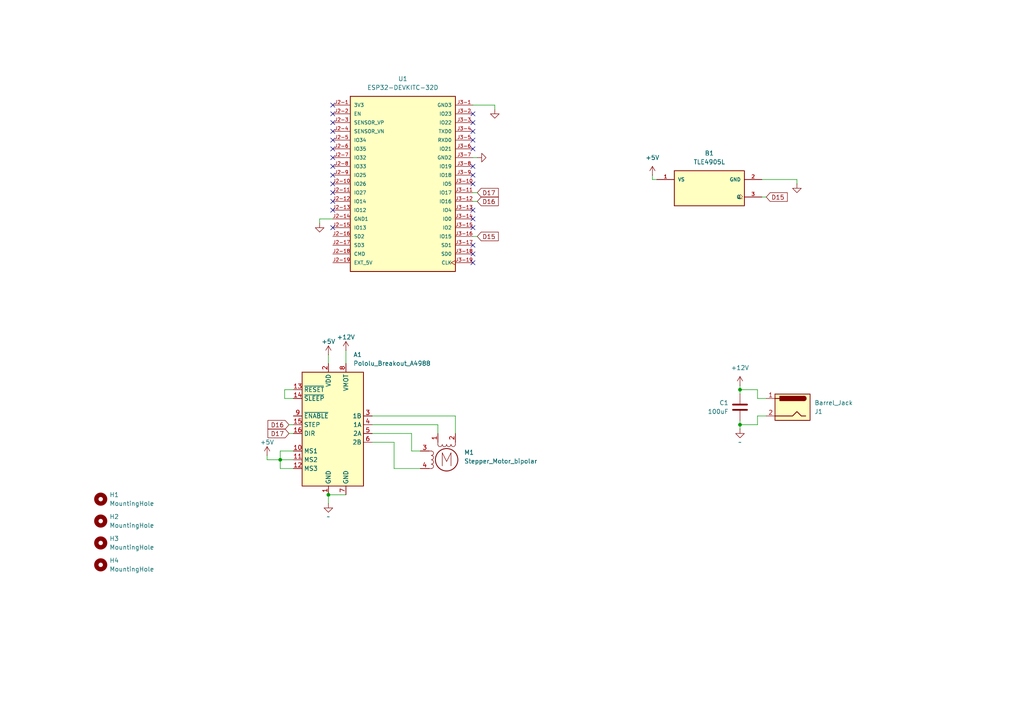
<source format=kicad_sch>
(kicad_sch (version 20250114) (generator "eeschema") (generator_version "9.0")
  (paper "A4")
  (lib_symbols
    (symbol "Connector:Barrel_Jack" (pin_names (offset 1.016))
      (property "Reference" "J" (at 0 5.334 0))
      (property "Value" "Barrel_Jack" (at 0 -5.08 0))
      (symbol "Barrel_Jack_0_1"
        (rectangle (start -5.08 3.81) (end 5.08 -3.81) (stroke (width 0.254)) (fill (type background)))
        (polyline (pts (xy -3.81 -2.54) (xy -2.54 -2.54) (xy -1.27 -1.27) (xy 0 -2.54) (xy 2.54 -2.54) (xy 5.08 -2.54)) (stroke (width 0.254)))
        (arc (start -3.302 1.905) (mid -3.9343 2.54) (end -3.302 3.175) (stroke (width 0.254)))
        (arc (start -3.302 1.905) (mid -3.9343 2.54) (end -3.302 3.175) (stroke (width 0.254)) (fill (type outline)))
        (rectangle (start 3.683 3.175) (end -3.302 1.905) (stroke (width 0.254)) (fill (type outline)))
        (polyline (pts (xy 5.08 2.54) (xy 3.81 2.54)) (stroke (width 0.254)))
      )
      (symbol "Barrel_Jack_1_1"
        (pin passive line (at 7.62 2.54 180) (length 2.54) (name "~") (number "1"))
        (pin passive line (at 7.62 -2.54 180) (length 2.54) (name "~") (number "2"))
      )
    )
    (symbol "Device:C" (pin_numbers (hide yes)) (pin_names (offset 0.254))
      (property "Reference" "C" (at 0.635 2.54 0))
      (property "Value" "C" (at 0.635 -2.54 0))
      (symbol "C_0_1"
        (polyline (pts (xy -2.032 0.762) (xy 2.032 0.762)) (stroke (width 0.508)))
        (polyline (pts (xy -2.032 -0.762) (xy 2.032 -0.762)) (stroke (width 0.508)))
      )
      (symbol "C_1_1"
        (pin passive line (at 0 3.81 270) (length 2.794) (name "~") (number "1"))
        (pin passive line (at 0 -3.81 90) (length 2.794) (name "~") (number "2"))
      )
    )
    (symbol "Driver_Motor:Pololu_Breakout_A4988"
      (property "Reference" "A" (at -2.54 19.05 0))
      (property "Value" "Pololu_Breakout_A4988" (at -2.54 16.51 0))
      (symbol "Pololu_Breakout_A4988_0_1"
        (rectangle (start 10.16 -17.78) (end -7.62 15.24) (stroke (width 0.254)) (fill (type background)))
      )
      (symbol "Pololu_Breakout_A4988_1_1"
        (pin input line (at -10.16 10.16 0) (length 2.54) (name "~{RESET}") (number "13"))
        (pin input line (at -10.16 7.62 0) (length 2.54) (name "~{SLEEP}") (number "14"))
        (pin input line (at -10.16 2.54 0) (length 2.54) (name "~{ENABLE}") (number "9"))
        (pin input line (at -10.16 0 0) (length 2.54) (name "STEP") (number "15"))
        (pin input line (at -10.16 -2.54 0) (length 2.54) (name "DIR") (number "16"))
        (pin input line (at -10.16 -7.62 0) (length 2.54) (name "MS1") (number "10"))
        (pin input line (at -10.16 -10.16 0) (length 2.54) (name "MS2") (number "11"))
        (pin input line (at -10.16 -12.7 0) (length 2.54) (name "MS3") (number "12"))
        (pin power_in line (at 0 17.78 270) (length 2.54) (name "VDD") (number "2"))
        (pin power_in line (at 0 -20.32 90) (length 2.54) (name "GND") (number "1"))
        (pin power_in line (at 5.08 17.78 270) (length 2.54) (name "VMOT") (number "8"))
        (pin power_in line (at 5.08 -20.32 90) (length 2.54) (name "GND") (number "7"))
        (pin output line (at 12.7 2.54 180) (length 2.54) (name "1B") (number "3"))
        (pin output line (at 12.7 0 180) (length 2.54) (name "1A") (number "4"))
        (pin output line (at 12.7 -2.54 180) (length 2.54) (name "2A") (number "5"))
        (pin output line (at 12.7 -5.08 180) (length 2.54) (name "2B") (number "6"))
      )
    )
    (symbol "ESP32-DEVKITC-32D:ESP32-DEVKITC-32D" (pin_names (offset 1.016))
      (property "Reference" "U" (at -15.2572 26.0643 0))
      (property "Value" "ESP32-DEVKITC-32D" (at -15.2563 -27.9698 0))
      (symbol "ESP32-DEVKITC-32D_0_0"
        (rectangle (start -15.24 -25.4) (end 15.24 25.4) (stroke (width 0.254)) (fill (type background)))
        (pin power_in line (at -20.32 22.86 0) (length 5.08) (name "3V3") (number "J2-1"))
        (pin input line (at -20.32 20.32 0) (length 5.08) (name "EN") (number "J2-2"))
        (pin input line (at -20.32 17.78 0) (length 5.08) (name "SENSOR_VP") (number "J2-3"))
        (pin input line (at -20.32 15.24 0) (length 5.08) (name "SENSOR_VN") (number "J2-4"))
        (pin bidirectional line (at -20.32 12.7 0) (length 5.08) (name "IO34") (number "J2-5"))
        (pin bidirectional line (at -20.32 10.16 0) (length 5.08) (name "IO35") (number "J2-6"))
        (pin bidirectional line (at -20.32 7.62 0) (length 5.08) (name "IO32") (number "J2-7"))
        (pin bidirectional line (at -20.32 5.08 0) (length 5.08) (name "IO33") (number "J2-8"))
        (pin bidirectional line (at -20.32 2.54 0) (length 5.08) (name "IO25") (number "J2-9"))
        (pin bidirectional line (at -20.32 0 0) (length 5.08) (name "IO26") (number "J2-10"))
        (pin bidirectional line (at -20.32 -2.54 0) (length 5.08) (name "IO27") (number "J2-11"))
        (pin bidirectional line (at -20.32 -5.08 0) (length 5.08) (name "IO14") (number "J2-12"))
        (pin bidirectional line (at -20.32 -7.62 0) (length 5.08) (name "IO12") (number "J2-13"))
        (pin power_in line (at -20.32 -10.16 0) (length 5.08) (name "GND1") (number "J2-14"))
        (pin bidirectional line (at -20.32 -12.7 0) (length 5.08) (name "IO13") (number "J2-15"))
        (pin bidirectional line (at -20.32 -15.24 0) (length 5.08) (name "SD2") (number "J2-16"))
        (pin bidirectional line (at -20.32 -17.78 0) (length 5.08) (name "SD3") (number "J2-17"))
        (pin bidirectional line (at -20.32 -20.32 0) (length 5.08) (name "CMD") (number "J2-18"))
        (pin power_in line (at -20.32 -22.86 0) (length 5.08) (name "EXT_5V") (number "J2-19"))
        (pin power_in line (at 20.32 22.86 180) (length 5.08) (name "GND3") (number "J3-1"))
        (pin bidirectional line (at 20.32 20.32 180) (length 5.08) (name "IO23") (number "J3-2"))
        (pin bidirectional line (at 20.32 17.78 180) (length 5.08) (name "IO22") (number "J3-3"))
        (pin output line (at 20.32 15.24 180) (length 5.08) (name "TXD0") (number "J3-4"))
        (pin input line (at 20.32 12.7 180) (length 5.08) (name "RXD0") (number "J3-5"))
        (pin bidirectional line (at 20.32 10.16 180) (length 5.08) (name "IO21") (number "J3-6"))
        (pin power_in line (at 20.32 7.62 180) (length 5.08) (name "GND2") (number "J3-7"))
        (pin bidirectional line (at 20.32 5.08 180) (length 5.08) (name "IO19") (number "J3-8"))
        (pin bidirectional line (at 20.32 2.54 180) (length 5.08) (name "IO18") (number "J3-9"))
        (pin bidirectional line (at 20.32 0 180) (length 5.08) (name "IO5") (number "J3-10"))
        (pin bidirectional line (at 20.32 -2.54 180) (length 5.08) (name "IO17") (number "J3-11"))
        (pin bidirectional line (at 20.32 -5.08 180) (length 5.08) (name "IO16") (number "J3-12"))
        (pin bidirectional line (at 20.32 -7.62 180) (length 5.08) (name "IO4") (number "J3-13"))
        (pin bidirectional line (at 20.32 -10.16 180) (length 5.08) (name "IO0") (number "J3-14"))
        (pin bidirectional line (at 20.32 -12.7 180) (length 5.08) (name "IO2") (number "J3-15"))
        (pin bidirectional line (at 20.32 -15.24 180) (length 5.08) (name "IO15") (number "J3-16"))
        (pin bidirectional line (at 20.32 -17.78 180) (length 5.08) (name "SD1") (number "J3-17"))
        (pin bidirectional line (at 20.32 -20.32 180) (length 5.08) (name "SD0") (number "J3-18"))
        (pin input clock (at 20.32 -22.86 180) (length 5.08) (name "CLK") (number "J3-19"))
      )
    )
    (symbol "Mechanical:MountingHole" (pin_names (offset 1.016)) (in_bom no)
      (property "Reference" "H" (at 0 5.08 0))
      (property "Value" "MountingHole" (at 0 3.175 0))
      (symbol "MountingHole_0_1"
        (circle (center 0 0) (radius 1.27) (stroke (width 1.27)))
      )
    )
    (symbol "Motor:Stepper_Motor_bipolar" (pin_names (offset 0) (hide yes))
      (property "Reference" "M" (at 3.81 2.54 0))
      (property "Value" "Stepper_Motor_bipolar" (at 3.81 1.27 0))
      (symbol "Stepper_Motor_bipolar_0_0"
        (polyline (pts (xy -1.27 -1.778) (xy -1.27 2.032) (xy 0 -0.508) (xy 1.27 2.032) (xy 1.27 -1.778)))
      )
      (symbol "Stepper_Motor_bipolar_0_1"
        (polyline (pts (xy -5.08 2.54) (xy -4.445 2.54)))
        (polyline (pts (xy -5.08 -2.54) (xy -4.445 -2.54)))
        (arc (start -4.445 2.54) (mid -3.8127 1.905) (end -4.445 1.27))
        (arc (start -4.445 1.27) (mid -3.8127 0.635) (end -4.445 0))
        (arc (start -4.445 0) (mid -3.8127 -0.635) (end -4.445 -1.27))
        (arc (start -4.445 -1.27) (mid -3.8127 -1.905) (end -4.445 -2.54))
        (polyline (pts (xy -2.54 5.08) (xy -2.54 4.445)))
        (arc (start -1.27 4.445) (mid -1.905 3.8127) (end -2.54 4.445))
        (arc (start 0 4.445) (mid -0.635 3.8127) (end -1.27 4.445))
        (circle (center 0 0) (radius 3.2512) (stroke (width 0.254)))
        (arc (start 1.27 4.445) (mid 0.635 3.8127) (end 0 4.445))
        (arc (start 2.54 4.445) (mid 1.905 3.8127) (end 1.27 4.445))
        (polyline (pts (xy 2.54 5.08) (xy 2.54 4.445)))
      )
      (symbol "Stepper_Motor_bipolar_1_1"
        (pin passive line (at -7.62 2.54 0) (length 2.54) (name "~") (number "3"))
        (pin passive line (at -7.62 -2.54 0) (length 2.54) (name "~") (number "4"))
        (pin passive line (at -2.54 7.62 270) (length 2.54) (name "~") (number "1"))
        (pin passive line (at 2.54 7.62 270) (length 2.54) (name "-") (number "2"))
      )
    )
    (symbol "TLE4905L:TLE4905L" (pin_names (offset 1.016))
      (property "Reference" "B?" (at 0 0 0))
      (property "Value" "TLE4905L" (at -0.2 -13.84 0))
      (symbol "TLE4905L_0_0"
        (rectangle (start 0 -10.16) (end 20.32 0) (stroke (width 0.254)) (fill (type background)))
        (polyline (pts (xy 18.6 -7.5) (xy 19.2 -6.9)) (stroke (width 0.1)))
        (polyline (pts (xy 18.6 -8.1) (xy 19.2 -8.1)) (stroke (width 0.1)))
        (polyline (pts (xy 19.2 -6.9) (xy 19.8 -7.5)) (stroke (width 0.1)))
        (polyline (pts (xy 19.2 -8.1) (xy 18.6 -7.5)) (stroke (width 0.1)))
        (polyline (pts (xy 19.2 -8.1) (xy 19.8 -8.1)) (stroke (width 0.1)))
        (polyline (pts (xy 19.8 -7.5) (xy 19.2 -8.1)) (stroke (width 0.1)))
        (pin power_in line (at -5.08 -2.54 0) (length 5.08) (name "VS") (number "1"))
        (pin power_in line (at 25.4 -2.54 180) (length 5.08) (name "GND") (number "2"))
        (pin open_collector line (at 25.4 -7.62 180) (length 5.08) (name "Q") (number "3"))
      )
    )
    (symbol "power:GND" (power) (pin_numbers (hide yes)) (pin_names (offset 0) (hide yes))
      (property "Value" "GND" (at 0 -3.81 0))
      (symbol "GND_0_1"
        (polyline (pts (xy 0 0) (xy 0 -1.27) (xy 1.27 -1.27) (xy 0 -2.54) (xy -1.27 -1.27) (xy 0 -1.27)))
      )
      (symbol "GND_1_1"
        (pin power_in line (at 0 0 270) (length 0) (name "~") (number "1"))
      )
    )
    (symbol "power:VCC" (power) (pin_numbers (hide yes)) (pin_names (offset 0) (hide yes))
      (property "Value" "VCC" (at 0 3.556 0))
      (symbol "VCC_0_1"
        (polyline (pts (xy -0.762 1.27) (xy 0 2.54)))
        (polyline (pts (xy 0 2.54) (xy 0.762 1.27)))
        (polyline (pts (xy 0 0) (xy 0 2.54)))
      )
      (symbol "VCC_1_1"
        (pin power_in line (at 0 0 90) (length 0) (name "~") (number "1"))
      )
    )
  )
  (junction (at 214.63 123.19))
  (junction (at 95.25 143.51))
  (junction (at 81.28 133.35))
  (junction (at 214.63 113.03))
  (no_connect (at 96.52 50.8))
  (no_connect (at 137.16 33.02))
  (no_connect (at 137.16 43.18))
  (no_connect (at 96.52 66.04))
  (no_connect (at 137.16 40.64))
  (no_connect (at 96.52 55.88))
  (no_connect (at 96.52 53.34))
  (no_connect (at 137.16 50.8))
  (no_connect (at 137.16 66.04))
  (no_connect (at 137.16 63.5))
  (no_connect (at 137.16 53.34))
  (no_connect (at 137.16 48.26))
  (no_connect (at 96.52 60.96))
  (no_connect (at 137.16 60.96))
  (no_connect (at 96.52 30.48))
  (no_connect (at 137.16 76.2))
  (no_connect (at 137.16 38.1))
  (no_connect (at 137.16 71.12))
  (no_connect (at 96.52 48.26))
  (no_connect (at 96.52 33.02))
  (no_connect (at 137.16 73.66))
  (no_connect (at 96.52 40.64))
  (no_connect (at 96.52 45.72))
  (no_connect (at 96.52 43.18))
  (no_connect (at 96.52 35.56))
  (no_connect (at 96.52 58.42))
  (no_connect (at 137.16 35.56))
  (no_connect (at 96.52 38.1))
  (wire (pts (xy 85.09 130.81) (xy 81.28 130.81)))
  (wire (pts (xy 81.28 133.35) (xy 85.09 133.35)))
  (wire (pts (xy 189.23 52.07) (xy 189.23 50.8)))
  (wire (pts (xy 219.71 123.19) (xy 214.63 123.19)))
  (wire (pts (xy 214.63 111.76) (xy 214.63 113.03)))
  (wire (pts (xy 127 125.73) (xy 127 123.19)))
  (wire (pts (xy 82.55 113.03) (xy 82.55 115.57)))
  (wire (pts (xy 132.08 120.65) (xy 132.08 125.73)))
  (wire (pts (xy 100.33 105.41) (xy 100.33 101.6)))
  (wire (pts (xy 219.71 120.65) (xy 219.71 123.19)))
  (wire (pts (xy 214.63 123.19) (xy 214.63 124.46)))
  (wire (pts (xy 137.16 30.48) (xy 143.51 30.48)))
  (wire (pts (xy 114.3 135.89) (xy 121.92 135.89)))
  (wire (pts (xy 92.71 63.5) (xy 92.71 64.77)))
  (wire (pts (xy 81.28 133.35) (xy 77.47 133.35)))
  (wire (pts (xy 100.33 143.51) (xy 95.25 143.51)))
  (wire (pts (xy 85.09 113.03) (xy 82.55 113.03)))
  (wire (pts (xy 95.25 102.87) (xy 95.25 105.41)))
  (wire (pts (xy 83.82 125.73) (xy 85.09 125.73)))
  (wire (pts (xy 137.16 68.58) (xy 138.43 68.58)))
  (wire (pts (xy 219.71 120.65) (xy 222.25 120.65)))
  (wire (pts (xy 85.09 135.89) (xy 81.28 135.89)))
  (wire (pts (xy 82.55 115.57) (xy 85.09 115.57)))
  (wire (pts (xy 137.16 58.42) (xy 138.43 58.42)))
  (wire (pts (xy 220.98 57.15) (xy 222.25 57.15)))
  (wire (pts (xy 81.28 130.81) (xy 81.28 133.35)))
  (wire (pts (xy 107.95 125.73) (xy 119.38 125.73)))
  (wire (pts (xy 137.16 45.72) (xy 138.43 45.72)))
  (wire (pts (xy 219.71 115.57) (xy 219.71 113.03)))
  (wire (pts (xy 231.14 52.07) (xy 231.14 53.34)))
  (wire (pts (xy 219.71 115.57) (xy 222.25 115.57)))
  (wire (pts (xy 107.95 120.65) (xy 132.08 120.65)))
  (wire (pts (xy 96.52 63.5) (xy 92.71 63.5)))
  (wire (pts (xy 220.98 52.07) (xy 231.14 52.07)))
  (wire (pts (xy 81.28 135.89) (xy 81.28 133.35)))
  (wire (pts (xy 214.63 113.03) (xy 214.63 114.3)))
  (wire (pts (xy 107.95 123.19) (xy 127 123.19)))
  (wire (pts (xy 83.82 123.19) (xy 85.09 123.19)))
  (wire (pts (xy 119.38 130.81) (xy 121.92 130.81)))
  (wire (pts (xy 214.63 123.19) (xy 214.63 121.92)))
  (wire (pts (xy 214.63 113.03) (xy 219.71 113.03)))
  (wire (pts (xy 137.16 55.88) (xy 138.43 55.88)))
  (wire (pts (xy 114.3 128.27) (xy 114.3 135.89)))
  (wire (pts (xy 190.5 52.07) (xy 189.23 52.07)))
  (wire (pts (xy 95.25 143.51) (xy 95.25 146.05)))
  (wire (pts (xy 114.3 128.27) (xy 107.95 128.27)))
  (wire (pts (xy 77.47 133.35) (xy 77.47 132.08)))
  (wire (pts (xy 143.51 30.48) (xy 143.51 31.75)))
  (wire (pts (xy 119.38 125.73) (xy 119.38 130.81)))
  (global_label "D15" (shape input) (at 222.25 57.15 0) (property "Intersheetrefs" "${INTERSHEET_REFS}" (effects (hide yes))))
  (global_label "D16" (shape input) (at 83.82 123.19 180) (property "Intersheetrefs" "${INTERSHEET_REFS}" (effects (hide yes))))
  (global_label "D17" (shape input) (at 83.82 125.73 180) (property "Intersheetrefs" "${INTERSHEET_REFS}" (effects (hide yes))))
  (global_label "D16" (shape input) (at 138.43 58.42 0) (property "Intersheetrefs" "${INTERSHEET_REFS}" (effects (hide yes))))
  (global_label "D15" (shape input) (at 138.43 68.58 0) (property "Intersheetrefs" "${INTERSHEET_REFS}" (effects (hide yes))))
  (global_label "D17" (shape input) (at 138.43 55.88 0) (property "Intersheetrefs" "${INTERSHEET_REFS}" (effects (hide yes))))
  (symbol (lib_id "Mechanical:MountingHole") (at 29.21 157.48 0) (unit 1) (in_bom no)
    (property "Reference" "H3" (at 31.75 156.2099 0) (effects (justify left)))
    (property "Value" "MountingHole" (at 31.75 158.7499 0) (effects (justify left)))
    (property "Footprint" "MountingHole:MountingHole_3.2mm_M3" (effects (hide yes)))
    (property "Description" "Mounting Hole without connection" (effects (hide yes)))
  )
  (symbol (lib_id "Device:C") (at 214.63 118.11 0) (mirror y) (unit 1)
    (property "Reference" "C1" (at 211.328 116.84 0) (effects (justify left)))
    (property "Value" "100uF" (at 211.328 119.38 0) (effects (justify left)))
    (property "Footprint" "Capacitor_THT:C_Radial_D8.0mm_H11.5mm_P3.50mm" (effects (hide yes)))
    (property "Description" "Unpolarized capacitor" (effects (hide yes)))
  )
  (symbol (lib_id "Motor:Stepper_Motor_bipolar") (at 129.54 133.35 0) (unit 1)
    (property "Reference" "M1" (at 134.62 131.229 0) (effects (justify left)))
    (property "Value" "Stepper_Motor_bipolar" (at 134.62 133.769 0) (effects (justify left)))
    (property "Footprint" "Connector_PinHeader_2.54mm:PinHeader_1x04_P2.54mm_Vertical" (effects (hide yes)))
    (property "Datasheet" "http://www.infineon.com/dgdl/Application-Note-TLE8110EE_driving_UniPolarStepperMotor_V1.1.pdf?fileId=db3a30431be39b97011be5d0aa0a00b0" (effects (hide yes)))
    (property "Description" "4-wire bipolar stepper motor" (effects (hide yes)))
  )
  (symbol (lib_id "power:VCC") (at 214.63 111.76 0) (unit 1)
    (property "Reference" "#PWR03" (effects (hide yes)))
    (property "Value" "+12V" (at 214.63 106.68 0))
    (property "Description" "Power symbol creates a global label with name \"VCC\"" (effects (hide yes)))
  )
  (symbol (lib_id "Mechanical:MountingHole") (at 29.21 151.13 0) (unit 1) (in_bom no)
    (property "Reference" "H2" (at 31.75 149.8599 0) (effects (justify left)))
    (property "Value" "MountingHole" (at 31.75 152.3999 0) (effects (justify left)))
    (property "Footprint" "MountingHole:MountingHole_3.2mm_M3" (effects (hide yes)))
    (property "Description" "Mounting Hole without connection" (effects (hide yes)))
  )
  (symbol (lib_id "power:VCC") (at 95.25 102.87 0) (unit 1)
    (property "Reference" "#PWR010" (effects (hide yes)))
    (property "Value" "+5V" (at 95.25 99.06 0))
    (property "Description" "Power symbol creates a global label with name \"VCC\"" (effects (hide yes)))
  )
  (symbol (lib_id "power:GND") (at 138.43 45.72 90) (unit 1)
    (property "Reference" "#PWR09" (effects (hide yes)))
    (property "Value" "GND" (effects (hide yes)))
    (property "Description" "Power symbol creates a global label with name \"GND\" , ground" (effects (hide yes)))
  )
  (symbol (lib_id "power:VCC") (at 77.47 132.08 0) (unit 1)
    (property "Reference" "#PWR05" (effects (hide yes)))
    (property "Value" "+5V" (at 77.47 128.27 0))
    (property "Description" "Power symbol creates a global label with name \"VCC\"" (effects (hide yes)))
  )
  (symbol (lib_id "Driver_Motor:Pololu_Breakout_A4988") (at 95.25 123.19 0) (unit 1)
    (property "Reference" "A1" (at 102.4733 102.87 0) (effects (justify left)))
    (property "Value" "Pololu_Breakout_A4988" (at 102.4733 105.41 0) (effects (justify left)))
    (property "Footprint" "Module:Pololu_Breakout-16_15.2x20.3mm" (effects (hide yes)))
    (property "Datasheet" "https://www.pololu.com/product/2980/pictures" (effects (hide yes)))
    (property "Description" "Pololu Breakout Board, Stepper Driver A4988" (effects (hide yes)))
  )
  (symbol (lib_id "ESP32-DEVKITC-32D:ESP32-DEVKITC-32D") (at 116.84 53.34 0) (unit 1)
    (property "Reference" "U1" (at 116.84 22.86 0))
    (property "Value" "ESP32-DEVKITC-32D" (at 116.84 25.4 0))
    (property "Footprint" "ESP32-DEVKITC-32D:MODULE_ESP32-DEVKITC-32D" (effects (hide yes)))
    (property "MF" "Espressif Systems" (effects (hide yes)))
    (property "MAXIMUM_PACKAGE_HEIGHT" "N/A" (effects (hide yes)))
    (property "Package" "None" (effects (hide yes)))
    (property "Price" "None" (effects (hide yes)))
    (property "Check_prices" "https://www.snapeda.com/parts/ESP32-DEVKITC-32D/Espressif+Systems/view-part/?ref=eda" (effects (hide yes)))
    (property "STANDARD" "Manufacturer Recommendations" (effects (hide yes)))
    (property "PARTREV" "V4" (effects (hide yes)))
    (property "SnapEDA_Link" "https://www.snapeda.com/parts/ESP32-DEVKITC-32D/Espressif+Systems/view-part/?ref=snap" (effects (hide yes)))
    (property "MP" "ESP32-DEVKITC-32D" (effects (hide yes)))
    (property "Purchase-URL" "https://www.snapeda.com/api/url_track_click_mouser/?unipart_id=2777395&manufacturer=Espressif Systems&part_name=ESP32-DEVKITC-32D&search_term=None" (effects (hide yes)))
    (property "Description_1" "WiFi Development Tools (802.11) ESP32 General Development Kit, ESP32-WROOM-32D on the board" (effects (hide yes)))
    (property "MANUFACTURER" "Espressif Systems" (effects (hide yes)))
    (property "Availability" "In Stock" (effects (hide yes)))
    (property "SNAPEDA_PN" "ESP32-DEVKITC-32D" (effects (hide yes)))
  )
  (symbol (lib_id "Mechanical:MountingHole") (at 29.21 163.83 0) (unit 1) (in_bom no)
    (property "Reference" "H4" (at 31.75 162.5599 0) (effects (justify left)))
    (property "Value" "MountingHole" (at 31.75 165.0999 0) (effects (justify left)))
    (property "Footprint" "MountingHole:MountingHole_3.2mm_M3" (effects (hide yes)))
    (property "Description" "Mounting Hole without connection" (effects (hide yes)))
  )
  (symbol (lib_id "power:GND") (at 143.51 31.75 0) (unit 1)
    (property "Reference" "#PWR07" (effects (hide yes)))
    (property "Value" "GND" (effects (hide yes)))
    (property "Description" "Power symbol creates a global label with name \"GND\" , ground" (effects (hide yes)))
  )
  (symbol (lib_id "power:GND") (at 231.14 53.34 0) (unit 1)
    (property "Reference" "#PWR02" (effects (hide yes)))
    (property "Value" "GND" (effects (hide yes)))
    (property "Description" "Power symbol creates a global label with name \"GND\" , ground" (effects (hide yes)))
  )
  (symbol (lib_id "power:VCC") (at 100.33 101.6 0) (mirror y) (unit 1)
    (property "Reference" "#PWR011" (effects (hide yes)))
    (property "Value" "+12V" (at 100.33 97.79 0))
    (property "Description" "Power symbol creates a global label with name \"VCC\"" (effects (hide yes)))
  )
  (symbol (lib_id "power:VCC") (at 189.23 50.8 0) (unit 1)
    (property "Reference" "#PWR01" (effects (hide yes)))
    (property "Value" "+5V" (at 189.23 45.72 0))
    (property "Description" "Power symbol creates a global label with name \"VCC\"" (effects (hide yes)))
  )
  (symbol (lib_id "TLE4905L:TLE4905L") (at 195.58 49.53 0) (unit 1)
    (property "Reference" "B1" (at 205.74 44.45 0))
    (property "Value" "TLE4905L" (at 205.74 46.99 0))
    (property "Footprint" "TLE4905L:IFX-PG-SSO-3-2" (effects (hide yes)))
    (property "MF" "Infineon Technologies" (effects (hide yes)))
    (property "Description_1" "Digital Switch Unipolar Switch Open Collector Hall Effect PG-SSO-3-2" (effects (hide yes)))
    (property "Package" "SIP-3 Infineon Technologies" (effects (hide yes)))
    (property "Price" "None" (effects (hide yes)))
    (property "SnapEDA_Link" "https://www.snapeda.com/parts/TLE4905L/Infineon/view-part/?ref=snap" (effects (hide yes)))
    (property "MP" "TLE4905L" (effects (hide yes)))
    (property "Availability" "In Stock" (effects (hide yes)))
    (property "Check_prices" "https://www.snapeda.com/parts/TLE4905L/Infineon/view-part/?ref=eda" (effects (hide yes)))
  )
  (symbol (lib_id "Mechanical:MountingHole") (at 29.21 144.78 0) (unit 1) (in_bom no)
    (property "Reference" "H1" (at 31.75 143.5099 0) (effects (justify left)))
    (property "Value" "MountingHole" (at 31.75 146.0499 0) (effects (justify left)))
    (property "Footprint" "MountingHole:MountingHole_3.2mm_M3" (effects (hide yes)))
    (property "Description" "Mounting Hole without connection" (effects (hide yes)))
  )
  (symbol (lib_id "Connector:Barrel_Jack") (at 229.87 118.11 0) (mirror y) (unit 1)
    (property "Reference" "J1" (at 236.22 119.3801 0) (effects (justify right)))
    (property "Value" "Barrel_Jack" (at 236.22 116.8401 0) (effects (justify right)))
    (property "Footprint" "Connector_BarrelJack:BarrelJack_SwitchcraftConxall_RAPC10U_Horizontal" (effects (hide yes)))
    (property "Description" "DC Barrel Jack" (effects (hide yes)))
  )
  (symbol (lib_id "power:GND") (at 92.71 64.77 0) (mirror y) (unit 1)
    (property "Reference" "#PWR08" (effects (hide yes)))
    (property "Value" "GND" (effects (hide yes)))
    (property "Description" "Power symbol creates a global label with name \"GND\" , ground" (effects (hide yes)))
  )
  (symbol (lib_id "power:GND") (at 95.25 146.05 0) (mirror y) (unit 1)
    (property "Reference" "#PWR06" (effects (hide yes)))
    (property "Value" "~" (at 95.25 149.86 0))
    (property "Description" "Power symbol creates a global label with name \"GND\" , ground" (effects (hide yes)))
  )
  (symbol (lib_id "power:GND") (at 214.63 124.46 0) (mirror y) (unit 1)
    (property "Reference" "#PWR04" (effects (hide yes)))
    (property "Value" "~" (at 214.63 128.27 0))
    (property "Description" "Power symbol creates a global label with name \"GND\" , ground" (effects (hide yes)))
  )
)
</source>
